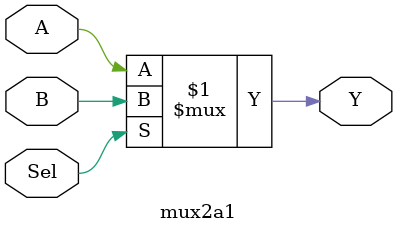
<source format=v>
`timescale 1ns / 1ps


module mux2a1(
  A,
  B,
  Sel,
  Y
);

  input A;
  input B;
  input Sel;
  output Y;

  // assign Y = (A & ~Sel) | (B & Sel);

  assign Y = Sel ? B : A;

endmodule

</source>
